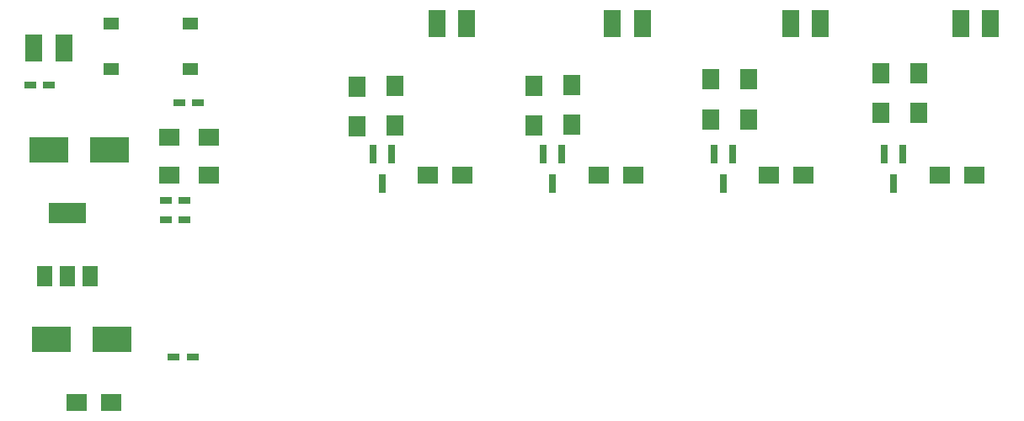
<source format=gbr>
G04 #@! TF.GenerationSoftware,KiCad,Pcbnew,(5.0.1)-3*
G04 #@! TF.CreationDate,2019-04-12T12:42:41-05:00*
G04 #@! TF.ProjectId,    RemoteControl,2020202052656D6F7465436F6E74726F,rev?*
G04 #@! TF.SameCoordinates,Original*
G04 #@! TF.FileFunction,Paste,Top*
G04 #@! TF.FilePolarity,Positive*
%FSLAX46Y46*%
G04 Gerber Fmt 4.6, Leading zero omitted, Abs format (unit mm)*
G04 Created by KiCad (PCBNEW (5.0.1)-3) date 12/04/2019 12:42:41*
%MOMM*%
%LPD*%
G01*
G04 APERTURE LIST*
%ADD10R,1.700000X2.000000*%
%ADD11R,1.200000X0.750000*%
%ADD12R,1.795780X2.697480*%
%ADD13R,0.800000X1.900000*%
%ADD14R,2.100580X1.699260*%
%ADD15R,2.000000X1.700000*%
%ADD16R,3.800000X2.000000*%
%ADD17R,1.500000X2.000000*%
%ADD18R,4.000000X2.500000*%
%ADD19R,1.550000X1.300000*%
G04 APERTURE END LIST*
D10*
G04 #@! TO.C,R2*
X145288000Y-69660000D03*
X145288000Y-73660000D03*
G04 #@! TD*
D11*
G04 #@! TO.C,C5*
X107188000Y-97028000D03*
X105288000Y-97028000D03*
G04 #@! TD*
G04 #@! TO.C,C6*
X105857000Y-71437500D03*
X107757000Y-71437500D03*
G04 #@! TD*
D10*
G04 #@! TO.C,R1*
X127508000Y-73755000D03*
X127508000Y-69755000D03*
G04 #@! TD*
D12*
G04 #@! TO.C,D4*
X152399600Y-63500000D03*
X149402400Y-63500000D03*
G04 #@! TD*
D13*
G04 #@! TO.C,Q1*
X127188000Y-76605000D03*
X125288000Y-76605000D03*
X126238000Y-79605000D03*
G04 #@! TD*
D10*
G04 #@! TO.C,R3*
X123698000Y-69850000D03*
X123698000Y-73850000D03*
G04 #@! TD*
G04 #@! TO.C,R4*
X141478000Y-73755000D03*
X141478000Y-69755000D03*
G04 #@! TD*
G04 #@! TO.C,R5*
X163068000Y-73120000D03*
X163068000Y-69120000D03*
G04 #@! TD*
D14*
G04 #@! TO.C,D7*
X182293260Y-78740000D03*
X185752740Y-78740000D03*
G04 #@! TD*
G04 #@! TO.C,D9*
X95552260Y-101600000D03*
X99011740Y-101600000D03*
G04 #@! TD*
D13*
G04 #@! TO.C,Q2*
X144333000Y-76605000D03*
X142433000Y-76605000D03*
X143383000Y-79605000D03*
G04 #@! TD*
G04 #@! TO.C,Q3*
X161478000Y-76605000D03*
X159578000Y-76605000D03*
X160528000Y-79605000D03*
G04 #@! TD*
G04 #@! TO.C,Q4*
X177673000Y-79605000D03*
X176723000Y-76605000D03*
X178623000Y-76605000D03*
G04 #@! TD*
D10*
G04 #@! TO.C,R6*
X180213000Y-72485000D03*
X180213000Y-68485000D03*
G04 #@! TD*
G04 #@! TO.C,R7*
X159258000Y-73120000D03*
X159258000Y-69120000D03*
G04 #@! TD*
G04 #@! TO.C,R8*
X176403000Y-68485000D03*
X176403000Y-72485000D03*
G04 #@! TD*
D15*
G04 #@! TO.C,R9*
X108807000Y-74930000D03*
X104807000Y-74930000D03*
G04 #@! TD*
G04 #@! TO.C,R10*
X108807000Y-78740000D03*
X104807000Y-78740000D03*
G04 #@! TD*
D12*
G04 #@! TO.C,D2*
X131724400Y-63500000D03*
X134721600Y-63500000D03*
G04 #@! TD*
D11*
G04 #@! TO.C,C1*
X104460000Y-83185000D03*
X106360000Y-83185000D03*
G04 #@! TD*
G04 #@! TO.C,C2*
X90871000Y-69646800D03*
X92771000Y-69646800D03*
G04 #@! TD*
D14*
G04 #@! TO.C,D1*
X130858260Y-78740000D03*
X134317740Y-78740000D03*
G04 #@! TD*
G04 #@! TO.C,D3*
X151462740Y-78740000D03*
X148003260Y-78740000D03*
G04 #@! TD*
G04 #@! TO.C,D5*
X168607740Y-78740000D03*
X165148260Y-78740000D03*
G04 #@! TD*
D12*
G04 #@! TO.C,D6*
X170281600Y-63500000D03*
X167284400Y-63500000D03*
G04 #@! TD*
G04 #@! TO.C,D8*
X184429400Y-63500000D03*
X187426600Y-63500000D03*
G04 #@! TD*
G04 #@! TO.C,D10*
X91236800Y-65913000D03*
X94234000Y-65913000D03*
G04 #@! TD*
D16*
G04 #@! TO.C,U5*
X94615000Y-82575000D03*
D17*
X94615000Y-88875000D03*
X96915000Y-88875000D03*
X92315000Y-88875000D03*
G04 #@! TD*
D11*
G04 #@! TO.C,C7*
X106360000Y-81280000D03*
X104460000Y-81280000D03*
G04 #@! TD*
D18*
G04 #@! TO.C,C3*
X92962000Y-95250000D03*
X99062000Y-95250000D03*
G04 #@! TD*
G04 #@! TO.C,C4*
X98808000Y-76200000D03*
X92708000Y-76200000D03*
G04 #@! TD*
D19*
G04 #@! TO.C,SW1*
X99017000Y-63536000D03*
X99017000Y-68036000D03*
X106977000Y-68036000D03*
X106977000Y-63536000D03*
G04 #@! TD*
M02*

</source>
